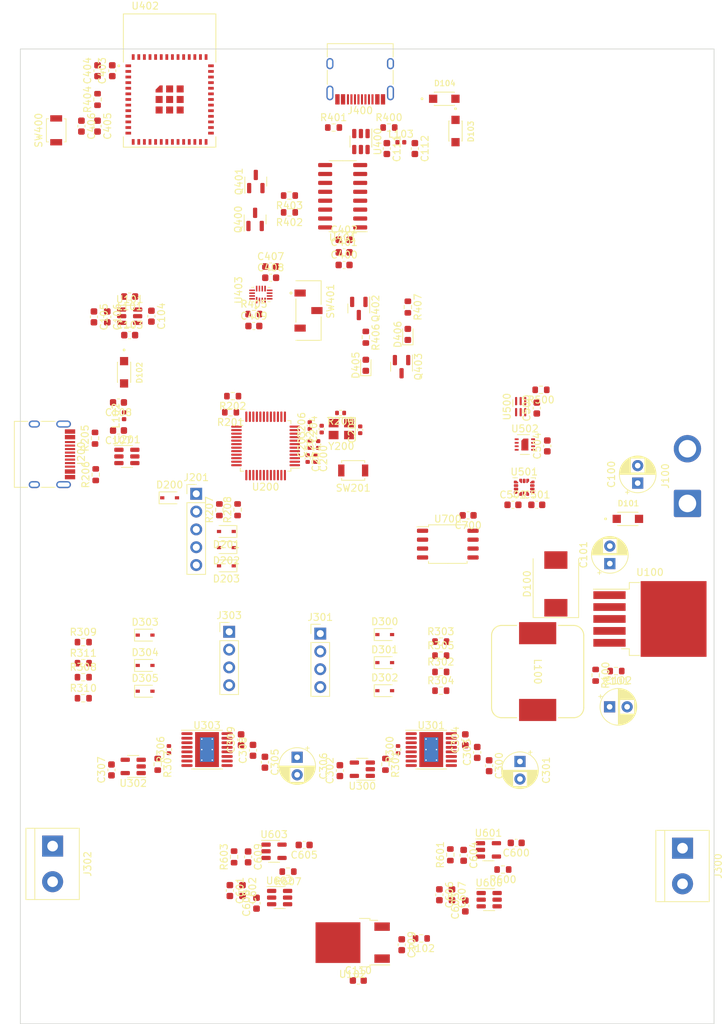
<source format=kicad_pcb>
(kicad_pcb (version 20211014) (generator pcbnew)
  (layers (0 "F.Cu" signal) (1 "In1.Cu" power) (2 "In2.Cu" power) (31 "B.Cu" signal) (34 "B.Paste" user) (35 "F.Paste" user) (36 "B.SilkS" user "B.Silkscreen") (37 "F.SilkS" user "F.Silkscreen") (38 "B.Mask" user) (39 "F.Mask" user) (44 "Edge.Cuts" user))
  (net 0 "")
  (net 1 "+BATT")
  (net 2 "GND")
  (net 3 "VCOM")
  (net 4 "/[1] Power/BOOST_IN_104")
  (net 5 "/[1] Power/SWO_100")
  (net 6 "+3V3")
  (net 7 "/[1] Power/VBUS1")
  (net 8 "+5C")
  (net 9 "/[1] Power/BATT_FILT")
  (net 10 "+3.3VA")
  (net 11 "/[1] Power/VBUS2")
  (net 12 "+5F")
  (net 13 "+6V")
  (net 14 "/[2] Microcontroller/HSE_IN")
  (net 15 "Net-(C205-Pad2)")
  (net 16 "/[2] Microcontroller/NRST")
  (net 17 "/[3] Motor_Control/RIGHT_CP_OUTPUT")
  (net 18 "/[3] Motor_Control/RIGHT_CPH")
  (net 19 "/[3] Motor_Control/RIGHT_CPL")
  (net 20 "/[3] Motor_Control/LEFT_CP_OUTPUT")
  (net 21 "/[3] Motor_Control/LEFT_CPH")
  (net 22 "/[3] Motor_Control/LEFT_CPL")
  (net 23 "/[4] Bluetooth/BT_EN")
  (net 24 "/[4] Bluetooth/UART_SELECT")
  (net 25 "/[6] ADCs/ADC_LEFT_IN")
  (net 26 "Net-(C604-Pad2)")
  (net 27 "/[6] ADCs/ADC_RIGHT_IN")
  (net 28 "Net-(C609-Pad2)")
  (net 29 "Net-(D103-Pad1)")
  (net 30 "/[1] Power/BUCK_OUT_104")
  (net 31 "/[2] Microcontroller/SWCLK")
  (net 32 "/[2] Microcontroller/SWDIO")
  (net 33 "/[3] Motor_Control/6V_RightB_Output")
  (net 34 "/[3] Motor_Control/6V_RightA_Output")
  (net 35 "/[3] Motor_Control/6V_LeftB_Output")
  (net 36 "/[3] Motor_Control/6V_LeftA_Output")
  (net 37 "Net-(D405-Pad2)")
  (net 38 "Net-(D406-Pad1)")
  (net 39 "Net-(D406-Pad2)")
  (net 40 "/[2] Microcontroller/VBUS1")
  (net 41 "/[2] Microcontroller/CC1")
  (net 42 "/[2] Microcontroller/D+")
  (net 43 "/[2] Microcontroller/D-")
  (net 45 "/[2] Microcontroller/CC2")
  (net 47 "/[3] Motor_Control/Right_Out1")
  (net 48 "/[3] Motor_Control/Right_Out2")
  (net 49 "/[3] Motor_Control/Left_Out1")
  (net 50 "/[3] Motor_Control/Left_Out2")
  (net 51 "/[4] Bluetooth/VBUS2")
  (net 52 "/[4] Bluetooth/CC1")
  (net 53 "/[4] Bluetooth/BT_Raw_D+")
  (net 54 "/[4] Bluetooth/BT_Raw_D-")
  (net 56 "/[4] Bluetooth/CC2")
  (net 58 "/[4] Bluetooth/IO0")
  (net 59 "/[4] Bluetooth/RTS_R")
  (net 60 "/[4] Bluetooth/DTR")
  (net 61 "/[4] Bluetooth/DTR_R")
  (net 62 "/[4] Bluetooth/RTS")
  (net 63 "Net-(Q402-Pad3)")
  (net 64 "/[1] Power/BUCK_FB_104")
  (net 65 "/[2] Microcontroller/HSE_OUT")
  (net 66 "I2C_SCL")
  (net 67 "I2C_SDA")
  (net 68 "/[2] Microcontroller/SWCLK_Pin")
  (net 69 "/[2] Microcontroller/SWDIO_Pin")
  (net 70 "nFault_Right")
  (net 71 "/[3] Motor_Control/Right_Sensed_Motor_Current")
  (net 72 "Right_Wheel_Encoder_A")
  (net 73 "Right_Wheel_Encoder_B")
  (net 74 "nFault_Left")
  (net 75 "/[3] Motor_Control/Left_Sensed_Motor_Current")
  (net 76 "Left_Wheel_Encoder_A")
  (net 77 "Left_Wheel_Encoder_B")
  (net 78 "/[6] ADCs/RIGHT_AMP_OUT")
  (net 79 "Buffered_Right_Sensed_Motor_Current")
  (net 80 "Buffered_Left_Sensed_Motor_Current")
  (net 81 "/[6] ADCs/LEFT_AMP_OUT")
  (net 87 "Right_Phase{slash}PWM")
  (net 88 "Right_Enable{slash}PWM")
  (net 91 "Left_Phase{slash}PWM")
  (net 94 "Awake_Sleep")
  (net 95 "Control_Input_Mode")
  (net 98 "UART_MCU_RX")
  (net 101 "UART_MCU_TX")
  (net 102 "/[2] Microcontroller/Prot_D-")
  (net 103 "/[2] Microcontroller/Prot_D+")
  (net 105 "Hold")
  (net 106 "Write_Protect")
  (net 107 "SPI_SCK")
  (net 108 "SPI_MISO")
  (net 109 "SPI_MOSI")
  (net 110 "Mem_Select")
  (net 113 "Left_Enable{slash}PWM")
  (net 114 "/[4] Bluetooth/BT_D+")
  (net 115 "/[4] Bluetooth/BT_D-")
  (net 116 "UART_PGR_TX")
  (net 117 "UART_PGR_RX")
  (net 153 "UART_BT_RX")
  (net 154 "UART_BT_TX")
  (net 172 "/[5] Sensors/Light_sensor INT_H")
  (footprint "Resistor_SMD:R_0603_1608Metric" (layer "F.Cu") (at 120.1 123 -90)
    (fp_text reference "R301")
    (fp_text value "2.2k")
  )
  (footprint "Diode_SMD:D_SOD-323" (layer "F.Cu") (at 85.8 104.575)
    (fp_text reference "D303")
    (fp_text value "PESD3V3L1BA,115")
  )
  (footprint "Capacitor_SMD:C_0603_1608Metric" (layer "F.Cu") (at 97.9 141 -90)
    (fp_text reference "C601")
    (fp_text value "10uF")
  )
  (footprint "Capacitor_SMD:C_0402_1005Metric" (layer "F.Cu") (at 110.5 77.4 90)
    (fp_text reference "C202")
    (fp_text value "4.7uF")
  )
  (footprint "Package_LGA:LGA-14_3x2.5mm_P0.5mm_LayoutBorder3x4y" (layer "F.Cu") (at 139.9 83.5)
    (fp_text reference "U501")
    (fp_text value "LSM6DS3")
  )
  (footprint "Package_SO:HTSSOP-16-1EP_4.4x5mm_P0.65mm_EP3.4x5mm_Mask2.46x2.31mm_ThermalVias" (layer "F.Cu") (at 94.6375 120.9)
    (fp_text reference "U303")
    (fp_text value "DRV8876")
  )
  (footprint "Resistor_SMD:R_0603_1608Metric" (layer "F.Cu") (at 78.6525 76.5 90)
    (fp_text reference "R205")
    (fp_text value "5.1k")
  )
  (footprint "Package_TO_SOT_SMD:TSOT-23-6" (layer "F.Cu") (at 134.9 142.3)
    (fp_text reference "U600")
    (fp_text value "ADC121C027CIMK/NOPB")
  )
  (footprint "Capacitor_SMD:C_0603_1608Metric" (layer "F.Cu") (at 79.0125 24.1 90)
    (fp_text reference "C404")
    (fp_text value "22uF")
  )
  (footprint "Capacitor_SMD:C_0603_1608Metric" (layer "F.Cu") (at 99.7 141 -90)
    (fp_text reference "C602")
    (fp_text value "0.1uF")
  )
  (footprint "Capacitor_THT:CP_Radial_D5.0mm_P2.50mm" (layer "F.Cu") (at 152.094888 114.8)
    (fp_text reference "C102")
    (fp_text value "1000uF")
  )
  (footprint "Capacitor_SMD:C_0603_1608Metric" (layer "F.Cu") (at 141.7 86)
    (fp_text reference "C501")
    (fp_text value "0.1uF")
  )
  (footprint "Resistor_SMD:R_0402_1005Metric" (layer "F.Cu") (at 121.9 120.9 90)
    (fp_text reference "R300")
    (fp_text value "10k")
  )
  (footprint "Capacitor_SMD:C_0603_1608Metric" (layer "F.Cu") (at 114.2 48.2)
    (fp_text reference "C402")
    (fp_text value "0.1uF")
  )
  (footprint "Diode_SMD:D_SOD-323" (layer "F.Cu") (at 85.8 108.9)
    (fp_text reference "D304")
    (fp_text value "PESD3V3L1BA,115")
  )
  (footprint "Package_TO_SOT_SMD:TSOT-23-6" (layer "F.Cu") (at 83.6 59.1)
    (fp_text reference "U101")
    (fp_text value "AP63203WU")
  )
  (footprint "Capacitor_SMD:C_0402_1005Metric" (layer "F.Cu") (at 109.3 74.7 90)
    (fp_text reference "C206")
    (fp_text value "0.1uF")
  )
  (footprint "Package_TO_SOT_SMD:SOT-23-5" (layer "F.Cu") (at 134.8 135.2)
    (fp_text reference "U601")
    (fp_text value "OPA320")
  )
  (footprint "Package_TO_SOT_SMD:TO-252-2" (layer "F.Cu") (at 115.425 148.425 180)
    (fp_text reference "U102")
    (fp_text value "AZ1117-3.3")
  )
  (footprint "Resistor_SMD:R_0603_1608Metric" (layer "F.Cu") (at 117.3 62.1 -90)
    (fp_text reference "R406")
    (fp_text value "40R")
  )
  (footprint "Diode_SMD:D_SOD-323" (layer "F.Cu") (at 89.3 85)
    (fp_text reference "D200")
    (fp_text value "PESD3V3L1BA,115")
  )
  (footprint "Button_Switch_SMD:SW_SPST_B3U-1000P" (layer "F.Cu") (at 73.1125 32.6 90)
    (fp_text reference "SW400")
    (fp_text value "SW_Push")
  )
  (footprint "Capacitor_SMD:C_0603_1608Metric" (layer "F.Cu") (at 81 123.8 90)
    (fp_text reference "C307")
    (fp_text value "0.1uF")
  )
  (footprint "Resistor_SMD:R_0603_1608Metric" (layer "F.Cu") (at 98 72.8 180)
    (fp_text reference "R201")
    (fp_text value "10k")
  )
  (footprint "Button_Switch_SMD:SW_SPST_B3U-1000P" (layer "F.Cu") (at 115.5 81.1 180)
    (fp_text reference "SW201")
    (fp_text value "SW_Push")
  )
  (footprint "Resistor_SMD:R_0603_1608Metric" (layer "F.Cu") (at 106.4 44.3 180)
    (fp_text reference "R402")
    (fp_text value "10k")
  )
  (footprint "TerminalBlock:TerminalBlock_bornier-2_P5.08mm" (layer "F.Cu") (at 72.6 134.66 -90)
    (fp_text reference "J302")
    (fp_text value "Left_Motor_Screw_Terminal")
  )
  (footprint "Resistor_SMD:R_0603_1608Metric" (layer "F.Cu") (at 87.6 123 -90)
    (fp_text reference "R307")
    (fp_text value "2.2k")
  )
  (footprint "Resistor_SMD:R_0603_1608Metric" (layer "F.Cu") (at 76.975 113.575)
    (fp_text reference "R310")
    (fp_text value "40k")
  )
  (footprint "Resistor_SMD:R_0603_1608Metric" (layer "F.Cu") (at 120.6 32.2)
    (fp_text reference "R400")
    (fp_text value "5.1k")
  )
  (footprint "Package_TO_SOT_SMD:SOT-23-5" (layer "F.Cu") (at 104.2 135.4)
    (fp_text reference "U603")
    (fp_text value "OPA320")
  )
  (footprint "Connector_Wire:SolderWire-2sqmm_1x02_P7.8mm_D2mm_OD3.9mm" (layer "F.Cu") (at 163.2 85.8 90)
    (fp_text reference "J100")
    (fp_text value "Conn_01x02")
  )
  (footprint "Package_SO:SOIC-8_5.275x5.275mm_P1.27mm" (layer "F.Cu") (at 129 91.6)
    (fp_text reference "U700")
    (fp_text value "SST26VF032BT-104I/SM")
  )
  (footprint "Capacitor_SMD:C_0603_1608Metric" (layer "F.Cu") (at 141.7 72.2 90)
    (fp_text reference "C500")
    (fp_text value "1uF")
  )
  (footprint "Capacitor_SMD:C_0402_1005Metric" (layer "F.Cu") (at 109.3 77.4 90)
    (fp_text reference "C203")
    (fp_text value "0.1uF")
  )
  (footprint "Diode_SMD:D_SMC" (layer "F.Cu") (at 144.425 97.275 90)
    (fp_text reference "D100")
    (fp_text value "B340")
  )
  (footprint "Package_TO_SOT_SMD:SOT-23-5" (layer "F.Cu") (at 84.1 123.3 180)
    (fp_text reference "U302")
    (fp_text value "OPA320")
  )
  (footprint "Capacitor_SMD:C_0603_1608Metric" (layer "F.Cu") (at 138.3 86)
    (fp_text reference "C502")
    (fp_text value "0.1uF")
  )
  (footprint "Inductor_SMD:L_0402_1005Metric" (layer "F.Cu") (at 82.8 73.3 90)
    (fp_text reference "L102")
    (fp_text value "3.9uH")
  )
  (footprint "Capacitor_SMD:C_0603_1608Metric" (layer "F.Cu") (at 131.2625 135.975 -90)
    (fp_text reference "C604")
    (fp_text value "0.1uF")
  )
  (footprint "Sensor_Humidity:Sensirion_DFN-8-1EP_2.5x2.5mm_P0.5mm_EP1.1x1.7mm" (layer "F.Cu") (at 140 77.4)
    (fp_text reference "U502")
    (fp_text value "SHT30-DIS")
  )
  (footprint "Diode_SMD:D_SOD-323" (layer "F.Cu") (at 120 112.5)
    (fp_text reference "D302")
    (fp_text value "PESD3V3L1BA,115")
  )
  (footprint "Diode_SMD:D_SOD-323" (layer "F.Cu") (at 97.4 94.7 180)
    (fp_text reference "D203")
    (fp_text value "PESD3V3L1BA,115")
  )
  (footprint "Capacitor_SMD:C_0603_1608Metric" (layer "F.Cu") (at 116.225 153.825)
    (fp_text reference "C110")
    (fp_text value "22uF")
  )
  (footprint "Resistor_SMD:R_0603_1608Metric" (layer "F.Cu") (at 128 112.5)
    (fp_text reference "R304")
    (fp_text value "40k")
  )
  (footprint "Package_SO:SOP-16_3.9x9.9mm_P1.27mm" (layer "F.Cu") (at 114 42 180)
    (fp_text reference "U401")
    (fp_text value "CH340C")
  )
  (footprint "Capacitor_SMD:C_0402_1005Metric" (layer "F.Cu") (at 109 79.4 -90)
    (fp_text reference "C201")
    (fp_text value "0.1uF")
  )
  (footprint "OptoDevice:Broadcom_DFN-6_2x2mm_P0.65mm" (layer "F.Cu") (at 139.4 72 90)
    (fp_text reference "U500")
    (fp_text value "APDS-9306-065")
  )
  (footprint "Diode_SMD:D_SOD-323" (layer "F.Cu") (at 97.4 89.8 180)
    (fp_text reference "D201")
    (fp_text value "PESD3V3L1BA,115")
  )
  (footprint "Resistor_SMD:R_0603_1608Metric" (layer "F.Cu") (at 98.3 70.5 180)
    (fp_text reference "R202")
    (fp_text value "10k")
  )
  (footprint "Capacitor_SMD:C_0603_1608Metric" (layer "F.Cu") (at 114.2 51.8)
    (fp_text reference "C400")
    (fp_text value "10uF")
  )
  (footprint "Schottky_Diode:SODFL3719X135N" (layer "F.Cu") (at 82.8 67.1 -90)
    (fp_text reference "D102")
    (fp_text value "SM5817")
  )
  (footprint "Resistor_SMD:R_0603_1608Metric" (layer "F.Cu") (at 153 109.7 180)
    (fp_text reference "R101")
    (fp_text value "1.5k")
  )
  (footprint "Diode_SMD:D_SOD-323" (layer "F.Cu") (at 120 108.5)
    (fp_text reference "D301")
    (fp_text value "PESD3V3L1BA,115")
  )
  (footprint "68uH Power Inductor:IND_MWSA1206S_SNL" (layer "F.Cu") (at 141.825 109.775 -90)
    (fp_text reference "L100")
    (fp_text value "68uH")
  )
  (footprint "Inductor_SMD:L_0603_1608Metric" (layer "F.Cu") (at 83.6 56.3 180)
    (fp_text reference "L101")
    (fp_text value "15uH")
  )
  (footprint "Resistor_SMD:R_0603_1608Metric" (layer "F.Cu") (at 96.4 86.7 90)
    (fp_text reference "R207")
    (fp_text value "49R9")
  )
  (footprint "LED_SMD:LED_0603_1608Metric" (layer "F.Cu") (at 123.3 61.7 90)
    (fp_text reference "D406")
    (fp_text value "Blue LED")
  )
  (footprint "Capacitor_THT:CP_Radial_D5.0mm_P2.50mm" (layer "F.Cu") (at 139.3 122.594888 -90)
    (fp_text reference "C301")
    (fp_text value "220uF")
  )
  (footprint "Resistor_SMD:R_0603_1608Metric" (layer "F.Cu") (at 76.975 110.575)
    (fp_text reference "R308")
    (fp_text value "20k")
  )
  (footprint "Capacitor_SMD:C_0603_1608Metric" (layer "F.Cu") (at 81.1125 24.1 90)
    (fp_text reference "C403")
    (fp_text value "0.1uF")
  )
  (footprint "Capacitor_SMD:C_0603_1608Metric" (layer "F.Cu") (at 131.9 87.5 180)
    (fp_text reference "C700")
    (fp_text value "1uF")
  )
  (footprint "Diode_SMD:D_SOD-323" (layer "F.Cu") (at 85.8 112.575)
    (fp_text reference "D305")
    (fp_text value "PESD3V3L1BA,115")
  )
  (footprint "Resistor_SMD:R_0603_1608Metric" (layer "F.Cu") (at 78.7525 81.7 90)
    (fp_text reference "R206")
    (fp_text value "5.1k")
  )
  (footprint "Resistor_SMD:R_0603_1608Metric" (layer "F.Cu") (at 79.0125 28.2 90)
    (fp_text reference "R404")
    (fp_text value "10k")
  )
  (footprint "Inductor_SMD:L_0402_1005Metric" (layer "F.Cu") (at 122.3 34.3)
    (fp_text reference "L103")
    (fp_text value "3.9uH")
  )
  (footprint "Capacitor_SMD:C_0402_1005Metric" (layer "F.Cu") (at 116.5 75.3 90)
    (fp_text reference "C205")
    (fp_text value "14pF")
  )
  (footprint "Capacitor_SMD:C_0603_1608Metric" (layer "F.Cu") (at 79.0125 32 -90)
    (fp_text reference "C405")
    (fp_text value "0.1uF")
  )
  (footprint "Connector_USB:USB_C_Receptacle_HRO_TYPE-C-31-M-12" (layer "F.Cu") (at 116.5 24.14 180)
    (fp_text reference "J400")
    (fp_text value "USB_C_Receptacle_USB2.0")
  )
  (footprint "Package_TO_SOT_SMD:SOT-23" (layer "F.Cu") (at 101.5 45.3 90)
    (fp_text reference "Q400")
    (fp_text value "2N7002NXAKR (NMOS)")
  )
  (footprint "LED_SMD:LED_0603_1608Metric" (layer "F.Cu") (at 117.3 66.1 90)
    (fp_text reference "D405")
    (fp_text value "Green LED")
  )
  (footprint "Schottky_Diode:SODFL3719X135N" (layer "F.Cu") (at 154.7 88)
    (fp_text reference "D101")
    (fp_text value "SM5817")
  )
  (footprint "Resistor_SMD:R_0603_1608Metric" (layer "F.Cu") (at 128 107.5)
    (fp_text reference "R305")
    (fp_text value "40k")
  )
  (footprint "Capacitor_SMD:C_0603_1608Metric" (layer "F.Cu") (at 114.2 50)
    (fp_text reference "C401")
    (fp_text value "0.1uF")
  )
  (footprint "Capacitor_SMD:C_0603_1608Metric" (layer "F.Cu") (at 134.9 123.2 -90)
    (fp_text reference "C300")
    (fp_text value "0.1uF")
  )
  (footprint "Resistor_SMD:R_0603_1608Metric" (layer "F.Cu") (at 129.3625 135.9 90)
    (fp_text reference "R601")
    (fp_text value "1.6k")
  )
  (footprint "Capacitor_SMD:C_0603_1608Metric" (layer "F.Cu") (at 99.5 119.5 90)
    (fp_text reference "C309")
    (fp_text value "22nF")
  )
  (footprint "Capacitor_SMD:C_0603_1608Metric" (layer "F.Cu") (at 82 75.4 180)
    (fp_text reference "C107")
    (fp_text value "1uF")
  )
  (footprint "Package_TO_SOT_SMD:SOT-23-6" (layer "F.Cu") (at 116.6 34.2 -90)
    (fp_text reference "U400")
    (fp_text value "USBLC6-2SC6")
  )
  (footprint "Capacitor_SMD:C_0603_1608Metric" (layer "F.Cu") (at 133.2 121.3 90)
    (fp_text reference "C303")
    (fp_text value "0.1uF")
  )
  (footprint "Resistor_SMD:R_0603_1608Metric" (layer "F.Cu") (at 106.2 138.3 180)
    (fp_text reference "R607")
    (fp_text value "15R")
  )
  (footprint "Capacitor_SMD:C_0603_1608Metric" (layer "F.Cu") (at 131.5 143.2 90)
    (fp_text reference "C603")
    (fp_text value "1nF")
  )
  (footprint "Package_TO_SOT_SMD:TO-263-5_TabPin3" (layer "F.Cu") (at 157.85 102.275)
    (fp_text reference "U100")
    (fp_text value "LM2576S-ADJ")
  )
  (footprint "TerminalBlock:TerminalBlock_bornier-2_P5.08mm" (layer "F.Cu") (at 162.5 134.96 -90)
    (fp_text reference "J300")
    (fp_text value "Right_Motor_Screw_Terminal")
  )
  (footprint "Package_TO_SOT_SMD:SOT-23" (layer "F.Cu") (at 101.6 39.9 90)
    (fp_text reference "Q401")
    (fp_text value "2N7002NXAKR (NMOS)")
  )
  (footprint "Capacitor_SMD:C_0603_1608Metric" (layer "F.Cu") (at 86.7 59.1 -90)
    (fp_text reference "C104")
    (fp_text value "100nF")
  )
  (footprint "Connector_USB:USB_C_Receptacle_HRO_TYPE-C-31-M-12" (layer "F.Cu") (at 71.04 78.8 -90)
    (fp_text reference "J200")
    (fp_text value "USB_C_Receptacle_USB2.0")
  )
  (footprint "Resistor_SMD:R_0603_1608Metric" (layer "F.Cu") (at 106.4 41.9 180)
    (fp_text reference "R403")
    (fp_text value "10k")
  )
  (footprint "Capacitor_SMD:C_0603_1608Metric" (layer "F.Cu") (at 138.7625 134.2 180)
    (fp_text reference "C600")
    (fp_text value "0.1uF")
  )
  (footprint "Capacitor_SMD:C_0603_1608Metric" (layer "F.Cu") (at 101.32131 60.5)
    (fp_text reference "C409")
    (fp_text value "0.1uF")
  )
  (footprint "Resistor_SMD:R_0603_1608Metric" (layer "F.Cu") (at 76.975 105.575)
    (fp_text reference "R309")
    (fp_text value "20k")
  )
  (footprint "Capacitor_SMD:C_0603_1608Metric" (layer "F.Cu") (at 80.4 59.2 -90)
    (fp_text reference "C106")
    (fp_text value "22uF")
  )
  (footprint "Package_TO_SOT_SMD:SOT-23-5" (layer "F.Cu") (at 116.8 123.7 180)
    (fp_text reference "U300")
    (fp_text value "OPA320")
  )
  (footprint "Capacitor_SMD:C_0603_1608Metric" (layer "F.Cu") (at 131.5 119.5 90)
    (fp_text reference "C304")
    (fp_text value "22nF")
  )
  (footprint "Capacitor_SMD:C_0603_1608Metric" (layer "F.Cu") (at 83.6 61.8)
    (fp_text reference "C103")
    (fp_text value "10uF")
  )
  (footprint "Capacitor_SMD:C_0603_1608Metric" (layer "F.Cu") (at 129.6 141.6 -90)
    (fp_text reference "C607")
    (fp_text value "0.1uF")
  )
  (footprint "Capacitor_SMD:C_0603_1608Metric" (layer "F.Cu") (at 103.72131 52.0175)
    (fp_text reference "C407")
    (fp_text value "1u")
  )
  (footprint "Capacitor_SMD:C_0603_1608Metric" (layer "F.Cu") (at 122.425 148.725 -90)
    (fp_text reference "C109")
    (fp_text value "22uF")
  )
  (footprint "Diode_SMD:D_SOD-323" (layer "F.Cu") (at 120 104.5)
    (fp_text reference "D300")
    (fp_text value "PESD3V3L1BA,115")
  )
  (footprint "Resistor_SMD:R_0402_1005Metric" (layer "F.Cu") (at 113.7 72.9 180)
    (fp_text reference "R200")
    (fp_text value "0R")
  )
  (footprint "Resistor_SMD:R_0402_1005Metric" (layer "F.Cu") (at 89.2 120.9 90)
    (fp_text reference "R306")
    (fp_text value "10k")
  )
  (footprint "Capacitor_SMD:C_0603_1608Metric" (layer "F.Cu") (at 76.7125 32 -90)
    (fp_text reference "C406")
    (fp_text value "1uF")
  )
  (footprint "Resistor_SMD:R_0603_1608Metric" (layer "F.Cu") (at 112.7 32.2)
    (fp_text reference "R401")
    (fp_text value "5.1k")
  )
  (footprint "Resistor_SMD:R_0603_1608Metric" (layer "F.Cu") (at 101.32131 58.8)
    (fp_text reference "R405")
    (fp_text value "10k")
  )
  (footprint "Capacitor_SMD:C_0603_1608Metric" (layer "F.Cu") (at 78.5 59.2 -90)
    (fp_text reference "C105")
    (fp_text value "22uF")
  )
  (footprint "Connector_PinHeader_2.54mm:PinHeader_1x04_P2.54mm_Vertical" (layer "F.Cu") (at 110.8 104.36)
    (fp_text reference "J301")
    (fp_text value "Right_Encoder_Conn")
  )
  (footprint "Capacitor_SMD:C_0603_1608Metric" (layer "F.Cu") (at 103.72131 53.6175)
    (fp_text reference "C408")
    (fp_text value "0.1u")
  )
  (footprint "Schottky_Diode:SODFL3719X135N" (layer "F.Cu") (at 130.1 32.7 -90)
    (fp_text reference "D103")
    (fp_text value "SM5817")
  )
  (footprint "Capacitor_SMD:C_0603_1608Metric" (layer "F.Cu") (at 82 71.4 180)
    (fp_text reference "C108")
    (fp_text value "1uF")
  )
  (footprint "Capacitor_SMD:C_0603_1608Metric" (layer "F.Cu") (at 108.5 134.5 180)
    (fp_text reference "C605")
    (fp_text value "0.1uF")
  )
  (footprint "Resistor_SMD:R_0603_1608Metric" (layer "F.Cu") (at 128 105.5)
    (fp_text reference "R303")
    (fp_text value "20k")
  )
  (footprint "Capacitor_THT:CP_Radial_D5.0mm_P2.50mm" (layer "F.Cu") (at 156.1 82.905113 90)
    (fp_text reference "C100")
    (fp_text value "470u")
  )
  (footprint "Resistor_SMD:R_0603_1608Metric" (layer "F.Cu") (at 99 86.7 90)
    (fp_text reference "R208")
    (fp_text value "49R9")
  )
  (footprint "Package_TO_SOT_SMD:SOT-23" (layer "F.Cu") (at 116.3 58 -90)
    (fp_text reference "Q402")
    (fp_text value "BSS84AK,215 (PMOS)")
  )
  (footprint "Diode_SMD:D_SOD-323" (layer "F.Cu") (at 97.4 92.1 180)
    (fp_text reference "D202")
    (fp_text value "PESD3V3L1BA,115")
  )
  (footprint "Capacitor_SMD:C_0603_1608Metric" (layer "F.Cu") (at 127.8 141.6 -90)
    (fp_text reference "C606")
    (fp_text value "10uF")
  )
  (footprint "Capacitor_SMD:C_0603_1608Metric" (layer "F.Cu") (at 101.2 121 90)
    (fp_text reference "C308")
    (fp_text value "0.1uF")
  )
  (footprint "Schottky_Diode:SODFL3719X135N" (layer "F.Cu") (at 128.5 28.1)
    (fp_text reference "D104")
    (fp_text value "SM5817")
  )
  (footprint "Resistor_SMD:R_0603_1608Metric" (layer "F.Cu") (at 76.975 108.575)
    (fp_text reference "R311")
    (fp_text value "40k")
  )
  (footprint "Crystal:Crystal_SMD_3225-4Pin_3.2x2.5mm" (layer "F.Cu") (at 113.8 75.2 180)
    (fp_text reference "Y200")
    (fp_text value "16MHz")
  )
  (footprint "Package_SO:HTSSOP-16-1EP_4.4x5mm_P0.65mm_EP3.4x5mm_Mask2.46x2.31mm_ThermalVias" (layer "F.Cu") (at 126.6375 120.9)
    (fp_text reference "U301")
    (fp_text value "DRV8876")
  )
  (footprint "Resistor_SMD:R_0603_1608Metric" (layer "F.Cu") (at 128 109.825)
    (fp_text reference "R302")
    (fp_text value "20k")
  )
  (footprint "Resistor_SMD:R_0603_1608Metric" (layer "F.Cu") (at 142.3 69.6 180)
    (fp_text reference "R500")
    (fp_text value "10k")
  )
  (footprint "Resistor_SMD:R_0603_1608Metric" (layer "F.Cu") (at 136.8625 138 180)
    (fp_text reference "R600")
    (fp_text value "15R")
  )
  (footprint "Connector_PinHeader_2.54mm:PinHeader_1x05_P2.54mm_Vertical" (layer "F.Cu") (at 93.1 84.425)
    (fp_text reference "J201")
    (fp_text value "Conn_01x05")
  )
  (footprint "Resistor_SMD:R_0603_1608Metric" (layer "F.Cu") (at 123.3 57.8 -90)
    (fp_text reference "R407")
    (fp_text value "110R")
  )
  (footprint "ESP32_MINI:XCVR_ESP32-MINI-1-N4" (layer "F.Cu") (at 89.3 28.2)
    (fp_text reference "U402")
    (fp_text value "ESP32-MINI-1")
  )
  (footprint "Capacitor_SMD:C_0603_1608Metric" (layer "F.Cu") (at 100.5 136.2 -90)
    (fp_text reference "C609")
    (fp_text value "0.1uF")
  )
  (footprint "Resistor_SMD:R_0603_1608Metric" (layer "F.Cu") (at 98.5 136.2 90)
    (fp_text reference "R603")
    (fp_text value "1.6k")
  )
  (footprint "Resistor_SMD:R_0603_1608Metric" (layer "F.Cu") (at 150.1 110.3 -90)
    (fp_text reference "R100")
    (fp_text value "8.9k")
  )
  (footprint "Capacitor_SMD:C_0603_1608Metric" (layer "F.Cu") (at 113.6 123.9 90)
    (fp_text reference "C302")
    (fp_text value "0.1uF")
  )
  (footprint "Connector_PinHeader_2.54mm:PinHeader_1x04_P2.54mm_Vertical" (layer "F.Cu") (at 97.8 104.1)
    (fp_text reference "J303")
    (fp_text value "Left_Encoder_Conn")
  )
  (footprint "Capacitor_SMD:C_0603_1608Metric" (layer "F.Cu") (at 101.7 142.8 90)
    (fp_text reference "C608")
    (fp_text value "1nF")
  )
  (footprint "Package_QFP:LQFP-48_7x7mm_P0.5mm" (layer "F.Cu") (at 103 77.6 180)
    (fp_text reference "U200")
    (fp_text value "STM32G0B1CBT6")
  )
  (footprint "Package_TO_SOT_SMD:TSOT-23-6" (layer "F.Cu") (at 105 142)
    (fp_text reference "U602")
    (fp_text value "ADC121C027CIMK/NOPB")
  )
  (footprint "Capacitor_SMD:C_0402_1005Metric" (layer "F.Cu") (at 110.1 79.4 -90)
    (fp_text reference "C200")
    (fp_text value "1uF")
  )
  (footprint "Package_TO_SOT_SMD:SOT-23" (layer "F.Cu") (at 122.4 66.3 -90)
    (fp_text reference "Q403")
    (fp_text value "2N7002NXAKR (NMOS)")
  )
  (footprint "Capacitor_SMD:C_0603_1608Metric" (layer "F.Cu") (at 120.3 35.2 -90)
    (fp_text reference "C111")
    (fp_text value "1uF")
  )
  (footprint "Capacitor_THT:CP_Radial_D5.0mm_P2.50mm" (layer "F.Cu") (at 107.5 121.994888 -90)
    (fp_text reference "C306")
    (fp_text value "220uF")
  )
  (footprint "SPDT_JS102011JCQN:SW_JS102011JCQN" (layer "F.Cu") (at 109.12131 58.3 -90)
    (fp_text reference "SW401")
    (fp_text value "SW_SPDT")
  )
  (footprint "UQFN-16(1.8x2.6):QFN40P260X180X55-16N" (layer "F.Cu") (at 102.32131 56.0175 90)
    (fp_text reference "U403")
    (fp_text value "DG2788ADN-T1-GE4")
  )
  (footprint "Capacitor_SMD:C_0402_1005Metric" (layer "F.Cu") (at 111 75.2 90)
    (fp_text reference "C204")
    (fp_text value "14pF")
  )
  (footprint "Resistor_SMD:R_0603_1608Metric" (layer "F.Cu") (at 125.225 147.825 180)
    (fp_text reference "R102")
    (fp_text value "5R")
  )
  (footprint "Capacitor_SMD:C_0603_1608Metric" (layer "F.Cu") (at 102.9 122.7 -90)
    (fp_text reference "C305")
    (fp_text value "0.1uF")
  )
  (footprint "Capacitor_SMD:C_0603_1608Metric" (layer "F.Cu") (at 124.3 35.2 -90)
    (fp_text reference "C112")
    (fp_text value "1uF")
  )
  (footprint "Package_TO_SOT_SMD:SOT-23-6" (layer "F.Cu") (at 83.2 79.1)
    (fp_text reference "U201")
    (fp_text value "USBLC6-2SC6")
  )
  (footprint "Capacitor_SMD:C_0603_1608Metric" (layer "F.Cu") (at 143.2 77.6 90)
    (fp_text reference "C504")
    (fp_text value "0.1uF")
  )
  (footprint "Capacitor_THT:CP_Radial_D5.0mm_P2.50mm" (layer "F.Cu") (at 152.125 94.380113 90)
    (fp_text reference "C101")
    (fp_text value "100uF")
  )
  (gr_line (start 167 21) (end 167 160) (layer "Edge.Cuts") (width 0.1))
  (gr_line (start 68 21) (end 167 21) (layer "Edge.Cuts") (width 0.1))
  (gr_line (start 68 160) (end 68 21) (layer "Edge.Cuts") (width 0.1))
  (gr_line (start 167 160) (end 68 160) (layer "Edge.Cuts") (width 0.1))
)
</source>
